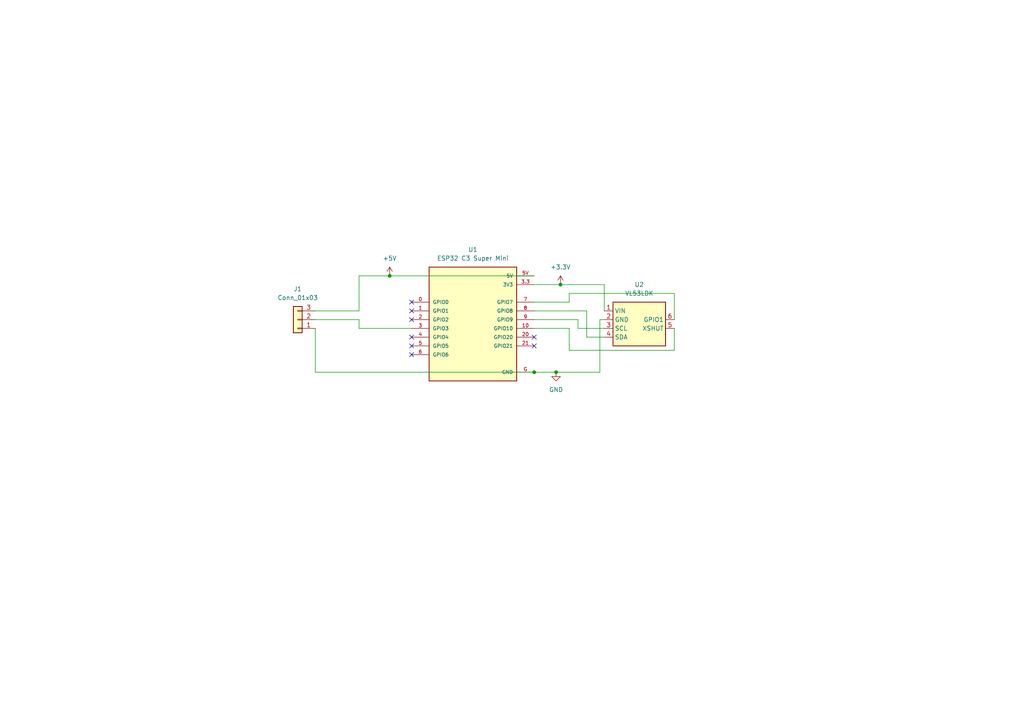
<source format=kicad_sch>
(kicad_sch (version 20250114) (generator "eeschema") (generator_version "9.0")
  (paper "A4")
  (lib_symbols
    (symbol "Connector_Generic:Conn_01x03" (pin_names (offset 1.016) (hide yes))
      (property "Reference" "J" (at 0 5.08 0))
      (property "Value" "Conn_01x03" (at 0 -5.08 0))
      (symbol "Conn_01x03_1_1"
        (rectangle (start -1.27 3.81) (end 1.27 -3.81) (stroke (width 0.254)) (fill (type background)))
        (rectangle (start -1.27 2.667) (end 0 2.413) (stroke (width 0.1524)))
        (rectangle (start -1.27 0.127) (end 0 -0.127) (stroke (width 0.1524)))
        (rectangle (start -1.27 -2.413) (end 0 -2.667) (stroke (width 0.1524)))
        (pin passive line (at -5.08 2.54 0) (length 3.81) (name "Pin_1") (number "1"))
        (pin passive line (at -5.08 0 0) (length 3.81) (name "Pin_2") (number "2"))
        (pin passive line (at -5.08 -2.54 0) (length 3.81) (name "Pin_3") (number "3"))
      )
    )
    (symbol "ESP32-C3_SUPERMINI:ESP32 C3 Super Mini" (pin_names (offset 1.016))
      (property "Reference" "U" (at -12.7 16.002 0))
      (property "Value" "ESP32 C3 Super Mini" (at -12.7 -20.32 0))
      (symbol "ESP32 C3 Super Mini_0_0"
        (rectangle (start -12.7 15.24) (end 12.7 -17.78) (stroke (width 0.254)) (fill (type background)))
        (pin bidirectional line (at -17.78 5.08 0) (length 5.08) (name "GPIO0") (number "0"))
        (pin bidirectional line (at -17.78 2.54 0) (length 5.08) (name "GPIO1") (number "1"))
        (pin bidirectional line (at -17.78 0 0) (length 5.08) (name "GPIO2") (number "2"))
        (pin bidirectional line (at -17.78 -2.54 0) (length 5.08) (name "GPIO3") (number "3"))
        (pin bidirectional line (at -17.78 -5.08 0) (length 5.08) (name "GPIO4") (number "4"))
        (pin bidirectional line (at -17.78 -7.62 0) (length 5.08) (name "GPIO5") (number "5"))
        (pin bidirectional line (at -17.78 -10.16 0) (length 5.08) (name "GPIO6") (number "6"))
        (pin power_in line (at 17.78 12.7 180) (length 5.08) (name "5V") (number "5V"))
        (pin bidirectional line (at 17.78 5.08 180) (length 5.08) (name "GPIO7") (number "7"))
        (pin bidirectional line (at 17.78 2.54 180) (length 5.08) (name "GPIO8") (number "8"))
        (pin bidirectional line (at 17.78 0 180) (length 5.08) (name "GPIO9") (number "9"))
        (pin bidirectional line (at 17.78 -2.54 180) (length 5.08) (name "GPIO10") (number "10"))
        (pin bidirectional line (at 17.78 -5.08 180) (length 5.08) (name "GPIO20") (number "20"))
        (pin bidirectional line (at 17.78 -7.62 180) (length 5.08) (name "GPIO21") (number "21"))
        (pin power_in line (at 17.78 -15.24 180) (length 5.08) (name "GND") (number "G"))
      )
      (symbol "ESP32 C3 Super Mini_1_0"
        (pin power_out line (at 17.78 10.16 180) (length 5.08) (name "3V3") (number "3.3"))
      )
    )
    (symbol "ESP32-C3_SUPERMINI:VL53LDK" (in_bom no)
      (property "Reference" "U" (at -7.112 6.35 0))
      (property "Value" "VL53LDK" (at 0 6.35 0))
      (symbol "VL53LDK_0_1"
        (rectangle (start -7.62 5.08) (end 7.62 -7.62) (stroke (width 0.254)) (fill (type background)))
      )
      (symbol "VL53LDK_1_1"
        (pin power_in line (at -10.16 2.54 0) (length 2.54) (name "VIN") (number "1"))
        (pin power_in line (at -10.16 0 0) (length 2.54) (name "GND") (number "2"))
        (pin input line (at -10.16 -2.54 0) (length 2.54) (name "SCL") (number "3"))
        (pin bidirectional line (at -10.16 -5.08 0) (length 2.54) (name "SDA") (number "4"))
        (pin open_collector line (at 10.16 0 180) (length 2.54) (name "GPIO1") (number "6"))
        (pin input line (at 10.16 -2.54 180) (length 2.54) (name "XSHUT") (number "5"))
      )
    )
    (symbol "power:+3.3V" (power) (pin_numbers (hide yes)) (pin_names (offset 0) (hide yes))
      (property "Value" "+3.3V" (at 0 3.556 0))
      (symbol "+3.3V_0_1"
        (polyline (pts (xy -0.762 1.27) (xy 0 2.54)))
        (polyline (pts (xy 0 2.54) (xy 0.762 1.27)))
        (polyline (pts (xy 0 0) (xy 0 2.54)))
      )
      (symbol "+3.3V_1_1"
        (pin power_in line (at 0 0 90) (length 0) (name "~") (number "1"))
      )
    )
    (symbol "power:+5V" (power) (pin_numbers (hide yes)) (pin_names (offset 0) (hide yes))
      (property "Value" "+5V" (at 0 3.556 0))
      (symbol "+5V_0_1"
        (polyline (pts (xy -0.762 1.27) (xy 0 2.54)))
        (polyline (pts (xy 0 2.54) (xy 0.762 1.27)))
        (polyline (pts (xy 0 0) (xy 0 2.54)))
      )
      (symbol "+5V_1_1"
        (pin power_in line (at 0 0 90) (length 0) (name "~") (number "1"))
      )
    )
    (symbol "power:GND" (power) (pin_numbers (hide yes)) (pin_names (offset 0) (hide yes))
      (property "Value" "GND" (at 0 -3.81 0))
      (symbol "GND_0_1"
        (polyline (pts (xy 0 0) (xy 0 -1.27) (xy 1.27 -1.27) (xy 0 -2.54) (xy -1.27 -1.27) (xy 0 -1.27)))
      )
      (symbol "GND_1_1"
        (pin power_in line (at 0 0 270) (length 0) (name "~") (number "1"))
      )
    )
  )
  (junction (at 113.03 80.01))
  (junction (at 161.29 107.95))
  (junction (at 154.94 107.95))
  (junction (at 162.56 82.55))
  (no_connect (at 119.38 100.33))
  (no_connect (at 154.94 97.79))
  (no_connect (at 154.94 100.33))
  (no_connect (at 119.38 90.17))
  (no_connect (at 119.38 97.79))
  (no_connect (at 119.38 102.87))
  (no_connect (at 119.38 92.71))
  (no_connect (at 119.38 87.63))
  (wire (pts (xy 91.44 107.95) (xy 154.94 107.95)))
  (wire (pts (xy 165.1 87.63) (xy 154.94 87.63)))
  (wire (pts (xy 165.1 101.6) (xy 165.1 95.25)))
  (wire (pts (xy 167.64 92.71) (xy 154.94 92.71)))
  (wire (pts (xy 195.58 85.09) (xy 165.1 85.09)))
  (wire (pts (xy 170.18 90.17) (xy 154.94 90.17)))
  (wire (pts (xy 161.29 107.95) (xy 154.94 107.95)))
  (wire (pts (xy 113.03 80.01) (xy 154.94 80.01)))
  (wire (pts (xy 165.1 95.25) (xy 154.94 95.25)))
  (wire (pts (xy 165.1 85.09) (xy 165.1 87.63)))
  (wire (pts (xy 154.94 82.55) (xy 162.56 82.55)))
  (wire (pts (xy 104.14 90.17) (xy 104.14 80.01)))
  (wire (pts (xy 162.56 82.55) (xy 175.26 82.55)))
  (wire (pts (xy 195.58 95.25) (xy 195.58 101.6)))
  (wire (pts (xy 104.14 80.01) (xy 113.03 80.01)))
  (wire (pts (xy 175.26 92.71) (xy 173.99 92.71)))
  (wire (pts (xy 91.44 90.17) (xy 104.14 90.17)))
  (wire (pts (xy 170.18 97.79) (xy 170.18 90.17)))
  (wire (pts (xy 175.26 95.25) (xy 167.64 95.25)))
  (wire (pts (xy 175.26 82.55) (xy 175.26 90.17)))
  (wire (pts (xy 175.26 97.79) (xy 170.18 97.79)))
  (wire (pts (xy 104.14 92.71) (xy 104.14 95.25)))
  (wire (pts (xy 173.99 92.71) (xy 173.99 107.95)))
  (wire (pts (xy 91.44 95.25) (xy 91.44 107.95)))
  (wire (pts (xy 173.99 107.95) (xy 161.29 107.95)))
  (wire (pts (xy 104.14 95.25) (xy 119.38 95.25)))
  (wire (pts (xy 167.64 95.25) (xy 167.64 92.71)))
  (wire (pts (xy 195.58 101.6) (xy 165.1 101.6)))
  (wire (pts (xy 195.58 92.71) (xy 195.58 85.09)))
  (wire (pts (xy 91.44 92.71) (xy 104.14 92.71)))
  (symbol (lib_id "power:+3.3V") (at 162.56 82.55 0) (unit 1)
    (property "Reference" "#PWR03" (effects (hide yes)))
    (property "Value" "+3.3V" (at 162.56 77.47 0))
    (property "Description" "Power symbol creates a global label with name \"+3.3V\"" (effects (hide yes)))
  )
  (symbol (lib_id "ESP32-C3_SUPERMINI:VL53LDK") (at 185.42 92.71 0) (unit 1) (in_bom no)
    (property "Reference" "U2" (at 185.42 82.55 0))
    (property "Value" "VL53LDK" (at 185.42 85.09 0))
    (property "Footprint" "Distance Sensor:VL53LDK" (effects (hide yes)))
  )
  (symbol (lib_id "power:GND") (at 161.29 107.95 0) (unit 1)
    (property "Reference" "#PWR01" (effects (hide yes)))
    (property "Value" "GND" (at 161.29 113.03 0))
    (property "Description" "Power symbol creates a global label with name \"GND\" , ground" (effects (hide yes)))
  )
  (symbol (lib_id "ESP32-C3_SUPERMINI:ESP32 C3 Super Mini") (at 137.16 92.71 0) (unit 1)
    (property "Reference" "U1" (at 137.16 72.39 0))
    (property "Value" "ESP32 C3 Super Mini" (at 137.16 74.93 0))
    (property "Footprint" "Distance Sensor:ESP32-C3 Super Mini" (effects (hide yes)))
    (property "Description" "Super tiny ESP32-C3 board" (effects (hide yes)))
    (property "MP" "ESP32-C3 SuperMini" (effects (hide yes)))
  )
  (symbol (lib_id "Connector_Generic:Conn_01x03") (at 86.36 92.71 180) (unit 1)
    (property "Reference" "J1" (at 86.36 83.82 0))
    (property "Value" "Conn_01x03" (at 86.36 86.36 0))
    (property "Footprint" "Connector_PinHeader_2.54mm:PinHeader_1x03_P2.54mm_Vertical" (effects (hide yes)))
    (property "Description" "Generic connector, single row, 01x03, script generated (kicad-library-utils/schlib/autogen/connector/)" (effects (hide yes)))
  )
  (symbol (lib_id "power:+5V") (at 113.03 80.01 0) (unit 1)
    (property "Reference" "#PWR02" (effects (hide yes)))
    (property "Value" "+5V" (at 113.03 74.93 0))
    (property "Description" "Power symbol creates a global label with name \"+5V\"" (effects (hide yes)))
  )
)
</source>
